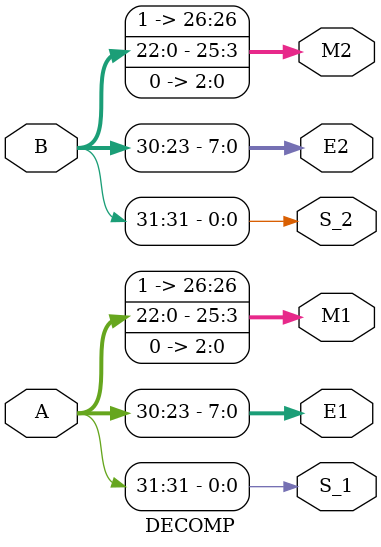
<source format=v>
module DECOMP(
    input  wire [31:0] A,
    input  wire [31:0] B,
    output wire S_1, S_2,
    output wire [7:0] E1, E2,
    output wire [26:0] M1, M2
);

assign S_1 = A[31];
assign S_2 = B[31];

assign E1  = A[30:23];
assign E2  = B[30:23];

assign M1 = {1'b1, A[22:0], 3'b0};
assign M2 = {1'b1, B[22:0], 3'b0};

endmodule
</source>
